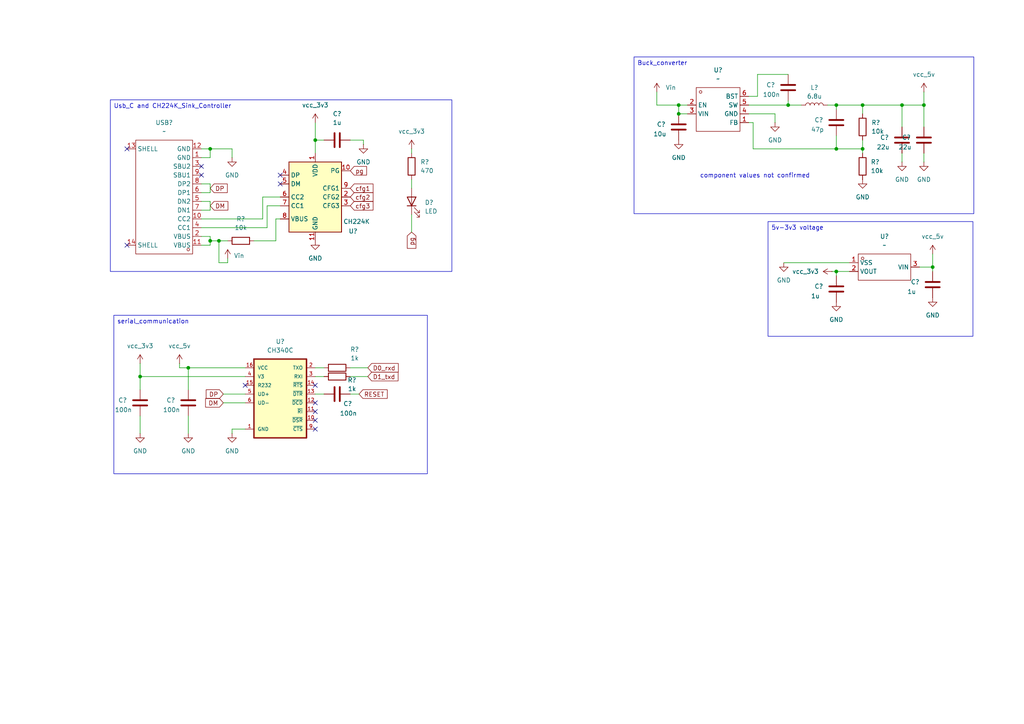
<source format=kicad_sch>
(kicad_sch (version 20250114) (generator "eeschema") (generator_version "9.0")
  (paper "A4")
  (lib_symbols
    (symbol "Device:C" (pin_numbers (hide yes)) (pin_names (offset 0.254))
      (property "Reference" "C" (at 0.635 2.54 0))
      (property "Value" "C" (at 0.635 -2.54 0))
      (symbol "C_0_1"
        (polyline (pts (xy -2.032 0.762) (xy 2.032 0.762)) (stroke (width 0.508)))
        (polyline (pts (xy -2.032 -0.762) (xy 2.032 -0.762)) (stroke (width 0.508)))
      )
      (symbol "C_1_1"
        (pin passive line (at 0 3.81 270) (length 2.794) (name "~") (number "1"))
        (pin passive line (at 0 -3.81 90) (length 2.794) (name "~") (number "2"))
      )
    )
    (symbol "Device:L" (pin_numbers (hide yes)) (pin_names (offset 1.016) (hide yes))
      (property "Reference" "L" (at -1.27 0 90))
      (property "Value" "L" (at 1.905 0 90))
      (symbol "L_0_1"
        (arc (start 0 2.54) (mid 0.6323 1.905) (end 0 1.27))
        (arc (start 0 1.27) (mid 0.6323 0.635) (end 0 0))
        (arc (start 0 0) (mid 0.6323 -0.635) (end 0 -1.27))
        (arc (start 0 -1.27) (mid 0.6323 -1.905) (end 0 -2.54))
      )
      (symbol "L_1_1"
        (pin passive line (at 0 3.81 270) (length 1.27) (name "1") (number "1"))
        (pin passive line (at 0 -3.81 90) (length 1.27) (name "2") (number "2"))
      )
    )
    (symbol "Device:LED" (pin_numbers (hide yes)) (pin_names (offset 1.016) (hide yes))
      (property "Reference" "D" (at 0 2.54 0))
      (property "Value" "LED" (at 0 -2.54 0))
      (symbol "LED_0_1"
        (polyline (pts (xy -3.048 -0.762) (xy -4.572 -2.286) (xy -3.81 -2.286) (xy -4.572 -2.286) (xy -4.572 -1.524)))
        (polyline (pts (xy -1.778 -0.762) (xy -3.302 -2.286) (xy -2.54 -2.286) (xy -3.302 -2.286) (xy -3.302 -1.524)))
        (polyline (pts (xy -1.27 0) (xy 1.27 0)))
        (polyline (pts (xy -1.27 -1.27) (xy -1.27 1.27)) (stroke (width 0.254)))
        (polyline (pts (xy 1.27 -1.27) (xy 1.27 1.27) (xy -1.27 0) (xy 1.27 -1.27)) (stroke (width 0.254)))
      )
      (symbol "LED_1_1"
        (pin passive line (at -3.81 0 0) (length 2.54) (name "K") (number "1"))
        (pin passive line (at 3.81 0 180) (length 2.54) (name "A") (number "2"))
      )
    )
    (symbol "Device:R" (pin_numbers (hide yes)) (pin_names (offset 0))
      (property "Reference" "R" (at 2.032 0 90))
      (property "Value" "R" (at 0 0 90))
      (symbol "R_0_1"
        (rectangle (start -1.016 -2.54) (end 1.016 2.54) (stroke (width 0.254)))
      )
      (symbol "R_1_1"
        (pin passive line (at 0 3.81 270) (length 1.27) (name "~") (number "1"))
        (pin passive line (at 0 -3.81 90) (length 1.27) (name "~") (number "2"))
      )
    )
    (symbol "Interface_USB:CH224K"
      (property "Reference" "U" (at 4.572 -10.922 0))
      (property "Value" "CH224K" (at 3.048 -8.89 0))
      (symbol "CH224K_1_1"
        (rectangle (start -7.62 7.62) (end 7.62 -12.7) (stroke (width 0.254)) (fill (type background)))
        (pin bidirectional line (at -10.16 3.81 0) (length 2.54) (name "DP") (number "4"))
        (pin bidirectional line (at -10.16 1.27 0) (length 2.54) (name "DM") (number "5"))
        (pin bidirectional line (at -10.16 -2.54 0) (length 2.54) (name "CC2") (number "6"))
        (pin bidirectional line (at -10.16 -5.08 0) (length 2.54) (name "CC1") (number "7"))
        (pin passive line (at -10.16 -8.89 0) (length 2.54) (name "VBUS") (number "8"))
        (pin power_in line (at 0 10.16 270) (length 2.54) (name "VDD") (number "1"))
        (pin power_in line (at 0 -15.24 90) (length 2.54) (name "GND") (number "11"))
        (pin open_collector line (at 10.16 5.08 180) (length 2.54) (name "PG") (number "10"))
        (pin passive line (at 10.16 0 180) (length 2.54) (name "CFG1") (number "9"))
        (pin passive line (at 10.16 -2.54 180) (length 2.54) (name "CFG2") (number "2"))
        (pin passive line (at 10.16 -5.08 180) (length 2.54) (name "CFG3") (number "3"))
      )
    )
    (symbol "power:GND" (power) (pin_numbers (hide yes)) (pin_names (offset 0) (hide yes))
      (property "Value" "GND" (at 0 -3.81 0))
      (symbol "GND_0_1"
        (polyline (pts (xy 0 0) (xy 0 -1.27) (xy 1.27 -1.27) (xy 0 -2.54) (xy -1.27 -1.27) (xy 0 -1.27)))
      )
      (symbol "GND_1_1"
        (pin power_in line (at 0 0 270) (length 0) (name "~") (number "1"))
      )
    )
    (symbol "power:VCC" (power) (pin_numbers (hide yes)) (pin_names (offset 0) (hide yes))
      (property "Value" "VCC" (at 0 3.556 0))
      (symbol "VCC_0_1"
        (polyline (pts (xy -0.762 1.27) (xy 0 2.54)))
        (polyline (pts (xy 0 2.54) (xy 0.762 1.27)))
        (polyline (pts (xy 0 0) (xy 0 2.54)))
      )
      (symbol "VCC_1_1"
        (pin power_in line (at 0 0 90) (length 0) (name "~") (number "1"))
      )
    )
    (symbol "smart_soldering_iron:AP63300WU-7"
      (property "Reference" "U" (at 0 0 0))
      (symbol "AP63300WU-7_1_0"
        (rectangle (start -6.35 5.08) (end 6.35 -7.62))
        (circle (center -5.08 3.81) (radius 0.381))
        (pin input line (at -8.89 0 0) (length 2.54) (name "EN") (number "2"))
        (pin input line (at -8.89 -2.54 0) (length 2.54) (name "VIN") (number "3"))
        (pin input line (at 8.89 2.54 180) (length 2.54) (name "BST") (number "6"))
        (pin input line (at 8.89 0 180) (length 2.54) (name "SW") (number "5"))
        (pin input line (at 8.89 -2.54 180) (length 2.54) (name "GND") (number "4"))
        (pin input line (at 8.89 -5.08 180) (length 2.54) (name "FB") (number "1"))
      )
    )
    (symbol "smart_soldering_iron:CH340C" (pin_names (offset 1.016))
      (property "Reference" "U" (at -7.62 10.795 0))
      (property "Value" "CH340C" (at -7.62 -15.24 0))
      (symbol "CH340C_0_0"
        (rectangle (start -7.62 -12.7) (end 7.62 10.16) (stroke (width 0.4064)) (fill (type background)))
        (pin bidirectional line (at -10.16 7.62 0) (length 2.54) (name "VCC") (number "16"))
        (pin bidirectional line (at -10.16 5.08 0) (length 2.54) (name "V3") (number "4"))
        (pin bidirectional line (at -10.16 2.54 0) (length 2.54) (name "R232") (number "15"))
        (pin bidirectional line (at -10.16 0 0) (length 2.54) (name "UD+") (number "5"))
        (pin bidirectional line (at -10.16 -2.54 0) (length 2.54) (name "UD-") (number "6"))
        (pin bidirectional line (at -10.16 -10.16 0) (length 2.54) (name "GND") (number "1"))
        (pin bidirectional line (at 10.16 7.62 180) (length 2.54) (name "TXO") (number "2"))
        (pin bidirectional line (at 10.16 5.08 180) (length 2.54) (name "RXI") (number "3"))
        (pin bidirectional line (at 10.16 2.54 180) (length 2.54) (name "~{RTS}") (number "14"))
        (pin bidirectional line (at 10.16 0 180) (length 2.54) (name "~{DTR}") (number "13"))
        (pin bidirectional line (at 10.16 -2.54 180) (length 2.54) (name "~{DCD}") (number "12"))
        (pin bidirectional line (at 10.16 -5.08 180) (length 2.54) (name "~{RI}") (number "11"))
        (pin bidirectional line (at 10.16 -7.62 180) (length 2.54) (name "~{DSR}") (number "10"))
        (pin bidirectional line (at 10.16 -10.16 180) (length 2.54) (name "~{CTS}") (number "9"))
      )
    )
    (symbol "smart_soldering_iron:TYPE-C 16PIN 2MD(073)"
      (property "Reference" "USB" (at 0.508 -4.318 0))
      (symbol "TYPE-C 16PIN 2MD(073)_1_0"
        (rectangle (start -8.89 -16.51) (end 7.62 16.51))
        (circle (center -7.62 15.24) (radius 0.381))
        (pin unspecified line (at -11.43 13.97 0) (length 2.54) (name "VBUS") (number "11"))
        (pin unspecified line (at -11.43 11.43 0) (length 2.54) (name "VBUS") (number "2"))
        (pin unspecified line (at -11.43 8.89 0) (length 2.54) (name "CC1") (number "4"))
        (pin unspecified line (at -11.43 6.35 0) (length 2.54) (name "CC2") (number "10"))
        (pin unspecified line (at -11.43 3.81 0) (length 2.54) (name "DN1") (number "7"))
        (pin unspecified line (at -11.43 1.27 0) (length 2.54) (name "DN2") (number "5"))
        (pin unspecified line (at -11.43 -1.27 0) (length 2.54) (name "DP1") (number "6"))
        (pin unspecified line (at -11.43 -3.81 0) (length 2.54) (name "DP2") (number "8"))
        (pin unspecified line (at -11.43 -6.35 0) (length 2.54) (name "SBU1") (number "9"))
        (pin unspecified line (at -11.43 -8.89 0) (length 2.54) (name "SBU2") (number "3"))
        (pin unspecified line (at -11.43 -11.43 0) (length 2.54) (name "GND") (number "1"))
        (pin unspecified line (at -11.43 -13.97 0) (length 2.54) (name "GND") (number "12"))
        (pin unspecified line (at 10.16 13.97 180) (length 2.54) (name "SHELL") (number "14"))
        (pin unspecified line (at 10.16 -13.97 180) (length 2.54) (name "SHELL") (number "13"))
      )
    )
    (symbol "smart_soldering_iron:XC6206P332MR_C347376"
      (property "Reference" "U" (at 0 0 0))
      (symbol "XC6206P332MR_C347376_1_0"
        (rectangle (start -7.62 -3.81) (end 7.62 3.81))
        (circle (center -6.35 2.54) (radius 0.381))
        (pin unspecified line (at -10.16 1.27 0) (length 2.54) (name "VSS") (number "1"))
        (pin unspecified line (at -10.16 -1.27 0) (length 2.54) (name "VOUT") (number "2"))
        (pin unspecified line (at 10.16 0 180) (length 2.54) (name "VIN") (number "3"))
      )
    )
  )
  (text "component values not confirmed " (at 219.456 51.054 0) (effects (font (size 1.27 1.27))))
  (text_box "5v-3v3 voltage" (at 222.758 64.262 0) (size 59.436 33.274) (margins 0.9525 0.9525 0.9525 0.9525) (effects (font (size 1.27 1.27)) (justify left top)))
  (text_box "Usb_C and CH224K_Sink_Controller" (at 32.004 28.956 0) (size 99.06 49.784) (margins 0.9525 0.9525 0.9525 0.9525) (effects (font (size 1.27 1.27)) (justify left top)))
  (text_box "Buck_converter" (at 183.896 16.51 0) (size 98.552 45.466) (margins 0.9525 0.9525 0.9525 0.9525) (effects (font (size 1.27 1.27)) (justify left top)))
  (text_box "serial_communication" (at 33.02 91.44 0) (size 90.932 45.974) (margins 0.9525 0.9525 0.9525 0.9525) (effects (font (size 1.27 1.27)) (justify left top)))
  (junction (at 242.57 30.48))
  (junction (at 40.64 109.22))
  (junction (at 250.19 43.18))
  (junction (at 196.85 33.02))
  (junction (at 54.61 106.68))
  (junction (at 63.5 69.85))
  (junction (at 242.57 78.74))
  (junction (at 196.85 30.48))
  (junction (at 242.57 43.18))
  (junction (at 91.44 40.64))
  (junction (at 270.51 77.47))
  (junction (at 60.96 43.18))
  (junction (at 267.97 30.48))
  (junction (at 60.96 69.85))
  (junction (at 228.6 30.48))
  (junction (at 250.19 30.48))
  (junction (at 261.62 30.48))
  (no_connect (at 58.42 50.8))
  (no_connect (at 81.28 53.34))
  (no_connect (at 81.28 50.8))
  (no_connect (at 36.83 43.18))
  (no_connect (at 71.12 111.76))
  (no_connect (at 91.44 124.46))
  (no_connect (at 36.83 71.12))
  (no_connect (at 58.42 48.26))
  (no_connect (at 91.44 121.92))
  (no_connect (at 91.44 119.38))
  (no_connect (at 91.44 116.84))
  (no_connect (at 91.44 111.76))
  (wire (pts (xy 58.42 71.12) (xy 60.96 71.12)))
  (wire (pts (xy 242.57 43.18) (xy 250.19 43.18)))
  (wire (pts (xy 91.44 114.3) (xy 93.98 114.3)))
  (wire (pts (xy 76.2 63.5) (xy 76.2 57.15)))
  (wire (pts (xy 71.12 109.22) (xy 40.64 109.22)))
  (wire (pts (xy 76.2 57.15) (xy 81.28 57.15)))
  (wire (pts (xy 217.17 33.02) (xy 224.79 33.02)))
  (wire (pts (xy 52.07 105.41) (xy 52.07 106.68)))
  (wire (pts (xy 54.61 113.03) (xy 54.61 106.68)))
  (wire (pts (xy 261.62 30.48) (xy 267.97 30.48)))
  (wire (pts (xy 196.85 30.48) (xy 199.39 30.48)))
  (wire (pts (xy 80.01 69.85) (xy 80.01 63.5)))
  (wire (pts (xy 66.04 74.93) (xy 66.04 76.2)))
  (wire (pts (xy 58.42 68.58) (xy 60.96 68.58)))
  (wire (pts (xy 250.19 40.64) (xy 250.19 43.18)))
  (wire (pts (xy 250.19 43.18) (xy 250.19 44.45)))
  (wire (pts (xy 224.79 33.02) (xy 224.79 35.56)))
  (wire (pts (xy 58.42 53.34) (xy 60.96 53.34)))
  (wire (pts (xy 219.71 27.94) (xy 219.71 21.59)))
  (wire (pts (xy 119.38 43.18) (xy 119.38 44.45)))
  (wire (pts (xy 227.33 76.2) (xy 246.38 76.2)))
  (wire (pts (xy 190.5 26.67) (xy 190.5 30.48)))
  (wire (pts (xy 63.5 76.2) (xy 63.5 69.85)))
  (wire (pts (xy 196.85 33.02) (xy 196.85 30.48)))
  (wire (pts (xy 242.57 39.37) (xy 242.57 43.18)))
  (wire (pts (xy 228.6 30.48) (xy 228.6 29.21)))
  (wire (pts (xy 58.42 66.04) (xy 77.47 66.04)))
  (wire (pts (xy 54.61 106.68) (xy 71.12 106.68)))
  (wire (pts (xy 199.39 33.02) (xy 196.85 33.02)))
  (wire (pts (xy 60.96 71.12) (xy 60.96 69.85)))
  (wire (pts (xy 60.96 58.42) (xy 60.96 60.96)))
  (wire (pts (xy 119.38 52.07) (xy 119.38 54.61)))
  (wire (pts (xy 242.57 78.74) (xy 246.38 78.74)))
  (wire (pts (xy 64.77 114.3) (xy 71.12 114.3)))
  (wire (pts (xy 232.41 30.48) (xy 228.6 30.48)))
  (wire (pts (xy 58.42 43.18) (xy 60.96 43.18)))
  (wire (pts (xy 63.5 69.85) (xy 60.96 69.85)))
  (wire (pts (xy 54.61 120.65) (xy 54.61 125.73)))
  (wire (pts (xy 101.6 114.3) (xy 104.14 114.3)))
  (wire (pts (xy 60.96 43.18) (xy 67.31 43.18)))
  (wire (pts (xy 52.07 106.68) (xy 54.61 106.68)))
  (wire (pts (xy 91.44 109.22) (xy 93.98 109.22)))
  (wire (pts (xy 261.62 44.45) (xy 261.62 46.99)))
  (wire (pts (xy 77.47 59.69) (xy 81.28 59.69)))
  (wire (pts (xy 217.17 27.94) (xy 219.71 27.94)))
  (wire (pts (xy 218.44 35.56) (xy 218.44 43.18)))
  (wire (pts (xy 77.47 66.04) (xy 77.47 59.69)))
  (wire (pts (xy 105.41 41.91) (xy 105.41 40.64)))
  (wire (pts (xy 250.19 30.48) (xy 261.62 30.48)))
  (wire (pts (xy 60.96 43.18) (xy 60.96 45.72)))
  (wire (pts (xy 60.96 60.96) (xy 58.42 60.96)))
  (wire (pts (xy 217.17 30.48) (xy 228.6 30.48)))
  (wire (pts (xy 219.71 21.59) (xy 228.6 21.59)))
  (wire (pts (xy 119.38 67.31) (xy 119.38 62.23)))
  (wire (pts (xy 267.97 30.48) (xy 267.97 36.83)))
  (wire (pts (xy 242.57 80.01) (xy 242.57 78.74)))
  (wire (pts (xy 105.41 40.64) (xy 101.6 40.64)))
  (wire (pts (xy 91.44 35.56) (xy 91.44 40.64)))
  (wire (pts (xy 242.57 30.48) (xy 242.57 31.75)))
  (wire (pts (xy 250.19 30.48) (xy 250.19 33.02)))
  (wire (pts (xy 101.6 106.68) (xy 106.68 106.68)))
  (wire (pts (xy 67.31 125.73) (xy 67.31 124.46)))
  (wire (pts (xy 73.66 69.85) (xy 80.01 69.85)))
  (wire (pts (xy 91.44 40.64) (xy 91.44 44.45)))
  (wire (pts (xy 267.97 26.67) (xy 267.97 30.48)))
  (wire (pts (xy 270.51 73.66) (xy 270.51 77.47)))
  (wire (pts (xy 270.51 78.74) (xy 270.51 77.47)))
  (wire (pts (xy 67.31 43.18) (xy 67.31 45.72)))
  (wire (pts (xy 60.96 45.72) (xy 58.42 45.72)))
  (wire (pts (xy 67.31 124.46) (xy 71.12 124.46)))
  (wire (pts (xy 217.17 35.56) (xy 218.44 35.56)))
  (wire (pts (xy 261.62 30.48) (xy 261.62 36.83)))
  (wire (pts (xy 60.96 55.88) (xy 58.42 55.88)))
  (wire (pts (xy 40.64 113.03) (xy 40.64 109.22)))
  (wire (pts (xy 40.64 120.65) (xy 40.64 125.73)))
  (wire (pts (xy 93.98 40.64) (xy 91.44 40.64)))
  (wire (pts (xy 60.96 53.34) (xy 60.96 55.88)))
  (wire (pts (xy 40.64 105.41) (xy 40.64 109.22)))
  (wire (pts (xy 58.42 63.5) (xy 76.2 63.5)))
  (wire (pts (xy 240.03 30.48) (xy 242.57 30.48)))
  (wire (pts (xy 60.96 69.85) (xy 60.96 68.58)))
  (wire (pts (xy 270.51 77.47) (xy 266.7 77.47)))
  (wire (pts (xy 58.42 58.42) (xy 60.96 58.42)))
  (wire (pts (xy 64.77 116.84) (xy 71.12 116.84)))
  (wire (pts (xy 91.44 106.68) (xy 93.98 106.68)))
  (wire (pts (xy 80.01 63.5) (xy 81.28 63.5)))
  (wire (pts (xy 242.57 30.48) (xy 250.19 30.48)))
  (wire (pts (xy 66.04 76.2) (xy 63.5 76.2)))
  (wire (pts (xy 190.5 30.48) (xy 196.85 30.48)))
  (wire (pts (xy 241.3 78.74) (xy 242.57 78.74)))
  (wire (pts (xy 218.44 43.18) (xy 242.57 43.18)))
  (wire (pts (xy 267.97 44.45) (xy 267.97 46.99)))
  (wire (pts (xy 101.6 109.22) (xy 106.68 109.22)))
  (wire (pts (xy 66.04 69.85) (xy 63.5 69.85)))
  (global_label "D0_rxd" (shape input) (at 106.68 106.68 0) (property "Intersheetrefs" "${INTERSHEET_REFS}" (effects (hide yes))))
  (global_label "DM" (shape input) (at 64.77 116.84 180) (property "Intersheetrefs" "${INTERSHEET_REFS}" (effects (hide yes))))
  (global_label "pg" (shape input) (at 119.38 67.31 270) (property "Intersheetrefs" "${INTERSHEET_REFS}" (effects (hide yes))))
  (global_label "RESET" (shape input) (at 104.14 114.3 0) (property "Intersheetrefs" "${INTERSHEET_REFS}" (effects (hide yes))))
  (global_label "cfg1" (shape input) (at 101.6 54.61 0) (property "Intersheetrefs" "${INTERSHEET_REFS}" (effects (hide yes))))
  (global_label "DM" (shape input) (at 60.96 59.69 0) (property "Intersheetrefs" "${INTERSHEET_REFS}" (effects (hide yes))))
  (global_label "pg" (shape input) (at 101.6 49.53 0) (property "Intersheetrefs" "${INTERSHEET_REFS}" (effects (hide yes))))
  (global_label "DP" (shape input) (at 60.96 54.61 0) (property "Intersheetrefs" "${INTERSHEET_REFS}" (effects (hide yes))))
  (global_label "D1_txd" (shape input) (at 106.68 109.22 0) (property "Intersheetrefs" "${INTERSHEET_REFS}" (effects (hide yes))))
  (global_label "DP" (shape input) (at 64.77 114.3 180) (property "Intersheetrefs" "${INTERSHEET_REFS}" (effects (hide yes))))
  (global_label "cfg3" (shape input) (at 101.6 59.69 0) (property "Intersheetrefs" "${INTERSHEET_REFS}" (effects (hide yes))))
  (global_label "cfg2" (shape input) (at 101.6 57.15 0) (property "Intersheetrefs" "${INTERSHEET_REFS}" (effects (hide yes))))
  (symbol (lib_id "Device:R") (at 250.19 48.26 0) (unit 1)
    (property "Reference" "R?" (at 252.5495 46.9899 0) (effects (justify left)))
    (property "Value" "10k" (at 252.5495 49.5299 0) (effects (justify left)))
    (property "Description" "Resistor" (effects (hide yes)))
  )
  (symbol (lib_id "power:GND") (at 105.41 41.91 0) (unit 1)
    (property "Reference" "#PWR033" (effects (hide yes)))
    (property "Value" "GND" (at 105.41 46.99 0))
    (property "Description" "Power symbol creates a global label with name \"GND\" , ground" (effects (hide yes)))
  )
  (symbol (lib_id "smart_soldering_iron:CH340C") (at 81.28 114.3 0) (unit 1)
    (property "Reference" "U?" (at 81.28 99.06 0))
    (property "Value" "CH340C" (at 81.28 101.6 0))
    (property "Footprint" "CH340C:SO016" (effects (hide yes)))
    (property "MF" "Olimex" (effects (hide yes)))
    (property "Description_1" "Replacement for Brother P-Touch" (effects (hide yes)))
    (property "Package" "None" (effects (hide yes)))
    (property "Price" "None" (effects (hide yes)))
    (property "PROD_ID" "IC-14038" (effects (hide yes)))
    (property "SnapEDA_Link" "https://www.snapeda.com/parts/CH340C/Olimex/view-part/?ref=snap" (effects (hide yes)))
    (property "MP" "CH340C" (effects (hide yes)))
    (property "Availability" "Not in stock" (effects (hide yes)))
    (property "Check_prices" "https://www.snapeda.com/parts/CH340C/Olimex/view-part/?ref=eda" (effects (hide yes)))
  )
  (symbol (lib_id "Device:L") (at 236.22 30.48 90) (unit 1)
    (property "Reference" "L?" (at 236.22 25.4 90))
    (property "Value" "6.8u" (at 236.22 27.94 90))
    (property "Description" "Inductor" (effects (hide yes)))
  )
  (symbol (lib_id "Device:C") (at 267.97 40.64 0) (unit 1)
    (property "Reference" "C?" (at 261.62 39.878 0) (effects (justify left)))
    (property "Value" "22u" (at 260.604 42.672 0) (effects (justify left)))
    (property "Description" "Unpolarized capacitor" (effects (hide yes)))
  )
  (symbol (lib_id "power:VCC") (at 267.97 26.67 0) (unit 1)
    (property "Reference" "#PWR047" (effects (hide yes)))
    (property "Value" "vcc_5v" (at 267.97 21.59 0))
    (property "Description" "Power symbol creates a global label with name \"VCC\"" (effects (hide yes)))
  )
  (symbol (lib_id "Device:R") (at 69.85 69.85 90) (unit 1)
    (property "Reference" "R?" (at 69.85 63.5 90))
    (property "Value" "10k" (at 69.85 66.04 90))
    (property "Description" "Resistor" (effects (hide yes)))
  )
  (symbol (lib_id "power:VCC") (at 270.51 73.66 0) (unit 1)
    (property "Reference" "#PWR048" (effects (hide yes)))
    (property "Value" "vcc_5v" (at 270.51 68.58 0))
    (property "Description" "Power symbol creates a global label with name \"VCC\"" (effects (hide yes)))
  )
  (symbol (lib_id "power:GND") (at 196.85 40.64 0) (unit 1)
    (property "Reference" "#PWR025" (effects (hide yes)))
    (property "Value" "GND" (at 196.85 45.72 0))
    (property "Description" "Power symbol creates a global label with name \"GND\" , ground" (effects (hide yes)))
  )
  (symbol (lib_id "power:GND") (at 242.57 87.63 0) (unit 1)
    (property "Reference" "#PWR043" (effects (hide yes)))
    (property "Value" "GND" (at 242.57 92.71 0))
    (property "Description" "Power symbol creates a global label with name \"GND\" , ground" (effects (hide yes)))
  )
  (symbol (lib_id "smart_soldering_iron:AP63300WU-7") (at 208.28 30.48 0) (unit 1)
    (property "Reference" "U?" (at 208.28 20.32 0))
    (property "Value" "~" (at 208.28 22.86 0))
    (property "Footprint" "ProLib_pcs_2025-10-04:TSOT-23-6_L2.9-W1.6-P0.95-LS2.8-BR" (effects (hide yes)))
    (property "Datasheet" "https://item.szlcsc.com/datasheet/AP63300WU-7/2250062.html" (effects (hide yes)))
    (property "Description" "Function:Buck Voltage - Supply:3.8V~32V Voltage - Supply:3.8V~32V Output Voltage:800mV~31V Output Voltage:800mV~31V Output Current:3A Frequency - Switching:500kHz Frequency - Switching:500kHz Operating Temperature:-40°C~+125°C Operating Temperature:-40°C~+12" (effects (hide yes)))
    (property "Manufacturer Part" "AP63300WU-7" (effects (hide yes)))
    (property "Manufacturer" "DIODES(美台)" (effects (hide yes)))
    (property "Supplier Part" "C2158012" (effects (hide yes)))
    (property "Supplier" "LCSC" (effects (hide yes)))
    (property "LCSC Part Name" "3.8V至32V输入，3A低静态电流同步降压转换器，增强电磁干扰抑制" (effects (hide yes)))
  )
  (symbol (lib_id "Device:C") (at 228.6 25.4 0) (unit 1)
    (property "Reference" "C?" (at 222.25 24.638 0) (effects (justify left)))
    (property "Value" "100n" (at 221.234 27.432 0) (effects (justify left)))
    (property "Description" "Unpolarized capacitor" (effects (hide yes)))
  )
  (symbol (lib_id "Device:R") (at 97.79 106.68 90) (unit 1)
    (property "Reference" "R?" (at 102.87 101.346 90))
    (property "Value" "1k" (at 102.87 103.886 90))
    (property "Description" "Resistor" (effects (hide yes)))
  )
  (symbol (lib_id "smart_soldering_iron:XC6206P332MR_C347376") (at 256.54 77.47 0) (unit 1)
    (property "Reference" "U?" (at 256.54 68.58 0))
    (property "Value" "~" (at 256.54 71.12 0))
    (property "Footprint" "ProLib_pcs_2025-10-04:SOT-23-3_L3.0-W1.7-P0.95-LS2.9-BR" (effects (hide yes)))
    (property "Datasheet" "https://item.szlcsc.com/datasheet/XC6206P332MR/324036.html" (effects (hide yes)))
    (property "Description" "Output Type:Fixed Voltage - Supply:8V Output Voltage:3.3V Output Voltage:3.3V Output Current:250mA Power Supply Rejection Ratio (PSRR):40dB@(1kHz) Voltage Dropout:240mV@(50mA) standby current:7uA Noise:- Features:Over Current Protection；Short Circuit Prot" (effects (hide yes)))
    (property "Manufacturer Part" "XC6206P332MR" (effects (hide yes)))
    (property "Manufacturer" "UMW(友台半导体)" (effects (hide yes)))
    (property "Supplier Part" "C347376" (effects (hide yes)))
    (property "Supplier" "LCSC" (effects (hide yes)))
    (property "LCSC Part Name" "高纹波抑制率、低功耗、低压差 CMOS 降压型电压稳压器" (effects (hide yes)))
  )
  (symbol (lib_id "Device:R") (at 250.19 36.83 0) (unit 1)
    (property "Reference" "R?" (at 252.73 35.5599 0) (effects (justify left)))
    (property "Value" "10k" (at 252.73 38.0999 0) (effects (justify left)))
    (property "Description" "Resistor" (effects (hide yes)))
  )
  (symbol (lib_id "Device:C") (at 270.51 82.55 0) (unit 1)
    (property "Reference" "C?" (at 264.16 81.788 0) (effects (justify left)))
    (property "Value" "1u" (at 263.144 84.582 0) (effects (justify left)))
    (property "Description" "Unpolarized capacitor" (effects (hide yes)))
  )
  (symbol (lib_id "Device:C") (at 196.85 36.83 0) (unit 1)
    (property "Reference" "C?" (at 190.5 36.068 0) (effects (justify left)))
    (property "Value" "10u" (at 189.484 38.862 0) (effects (justify left)))
    (property "Description" "Unpolarized capacitor" (effects (hide yes)))
  )
  (symbol (lib_id "Device:R") (at 97.79 109.22 90) (unit 1)
    (property "Reference" "R?" (at 102.108 110.236 90))
    (property "Value" "1k" (at 102.108 112.776 90))
    (property "Description" "Resistor" (effects (hide yes)))
  )
  (symbol (lib_id "power:VCC") (at 40.64 105.41 0) (unit 1)
    (property "Reference" "#PWR040" (effects (hide yes)))
    (property "Value" "vcc_3v3" (at 40.64 100.33 0))
    (property "Description" "Power symbol creates a global label with name \"VCC\"" (effects (hide yes)))
  )
  (symbol (lib_id "smart_soldering_iron:TYPE-C 16PIN 2MD(073)") (at 46.99 57.15 180) (unit 1)
    (property "Reference" "USB?" (at 47.625 35.56 0))
    (property "Value" "~" (at 47.625 38.1 0))
    (property "Footprint" "ProLib_pcs_2025-10-03:USB-C-SMD_TYPE-C-6PIN-2MD-073" (effects (hide yes)))
    (property "Datasheet" "https://item.szlcsc.com/datasheet/TYPE-C%252016PIN%25202MD(073)/2901843.html" (effects (hide yes)))
    (property "Description" "Connector Type:Type-C Protocol Standard:- Gender:Female Mounting Type:Surface Mount, Right Angle Number of Contacts:16P Number of Ports:1 Current Rating-Power:3A Voltage Rating:5V Connect-Disconnect Life:5,000 Cycles Supplementary Features:- Center Height" (effects (hide yes)))
    (property "Manufacturer Part" "TYPE-C 16PIN 2MD(073)" (effects (hide yes)))
    (property "Manufacturer" "SHOU HAN(首韩)" (effects (hide yes)))
    (property "Supplier Part" "C2765186" (effects (hide yes)))
    (property "Supplier" "LCSC" (effects (hide yes)))
    (property "LCSC Part Name" "Type-C 母 卧贴" (effects (hide yes)))
  )
  (symbol (lib_id "power:GND") (at 54.61 125.73 0) (unit 1)
    (property "Reference" "#PWR050" (effects (hide yes)))
    (property "Value" "GND" (at 54.61 130.81 0))
    (property "Description" "Power symbol creates a global label with name \"GND\" , ground" (effects (hide yes)))
  )
  (symbol (lib_id "power:GND") (at 270.51 86.36 0) (unit 1)
    (property "Reference" "#PWR044" (effects (hide yes)))
    (property "Value" "GND" (at 270.51 91.44 0))
    (property "Description" "Power symbol creates a global label with name \"GND\" , ground" (effects (hide yes)))
  )
  (symbol (lib_id "Device:C") (at 242.57 35.56 0) (unit 1)
    (property "Reference" "C?" (at 236.22 34.798 0) (effects (justify left)))
    (property "Value" "47p" (at 235.204 37.592 0) (effects (justify left)))
    (property "Description" "Unpolarized capacitor" (effects (hide yes)))
  )
  (symbol (lib_id "power:GND") (at 267.97 46.99 0) (unit 1)
    (property "Reference" "#PWR029" (effects (hide yes)))
    (property "Value" "GND" (at 267.97 52.07 0))
    (property "Description" "Power symbol creates a global label with name \"GND\" , ground" (effects (hide yes)))
  )
  (symbol (lib_id "Device:R") (at 119.38 48.26 180) (unit 1)
    (property "Reference" "R?" (at 121.92 46.9899 0) (effects (justify right)))
    (property "Value" "470" (at 121.92 49.5299 0) (effects (justify right)))
    (property "Description" "Resistor" (effects (hide yes)))
  )
  (symbol (lib_id "Interface_USB:CH224K") (at 91.44 54.61 0) (unit 1)
    (property "Reference" "U?" (at 101.092 67.056 0) (effects (justify left)))
    (property "Value" "CH224K" (at 99.568 64.262 0) (effects (justify left)))
    (property "Footprint" "Package_SO:SSOP-10-1EP_3.9x4.9mm_P1mm_EP2.1x3.3mm" (effects (hide yes)))
    (property "Datasheet" "https://www.wch.cn/downloads/file/301.html" (effects (hide yes)))
    (property "Description" "100W USB Type-C PD3.0/2.0, BC1.2 Sink Controller, SSOP-10" (effects (hide yes)))
  )
  (symbol (lib_id "power:GND") (at 227.33 76.2 0) (unit 1)
    (property "Reference" "#PWR045" (effects (hide yes)))
    (property "Value" "GND" (at 227.33 81.28 0))
    (property "Description" "Power symbol creates a global label with name \"GND\" , ground" (effects (hide yes)))
  )
  (symbol (lib_id "Device:C") (at 97.79 40.64 90) (unit 1)
    (property "Reference" "C?" (at 97.79 33.02 90))
    (property "Value" "1u" (at 97.79 35.56 90))
    (property "Description" "Unpolarized capacitor" (effects (hide yes)))
  )
  (symbol (lib_id "power:VCC") (at 91.44 35.56 0) (unit 1)
    (property "Reference" "#PWR032" (effects (hide yes)))
    (property "Value" "vcc_3v3" (at 91.44 30.48 0))
    (property "Description" "Power symbol creates a global label with name \"VCC\"" (effects (hide yes)))
  )
  (symbol (lib_id "power:GND") (at 250.19 52.07 0) (unit 1)
    (property "Reference" "#PWR027" (effects (hide yes)))
    (property "Value" "GND" (at 250.19 57.15 0))
    (property "Description" "Power symbol creates a global label with name \"GND\" , ground" (effects (hide yes)))
  )
  (symbol (lib_id "power:GND") (at 67.31 45.72 0) (unit 1)
    (property "Reference" "#PWR030" (effects (hide yes)))
    (property "Value" "GND" (at 67.31 50.8 0))
    (property "Description" "Power symbol creates a global label with name \"GND\" , ground" (effects (hide yes)))
  )
  (symbol (lib_id "power:GND") (at 91.44 69.85 0) (unit 1)
    (property "Reference" "#PWR031" (effects (hide yes)))
    (property "Value" "GND" (at 91.44 74.93 0))
    (property "Description" "Power symbol creates a global label with name \"GND\" , ground" (effects (hide yes)))
  )
  (symbol (lib_id "power:GND") (at 40.64 125.73 0) (unit 1)
    (property "Reference" "#PWR042" (effects (hide yes)))
    (property "Value" "GND" (at 40.64 130.81 0))
    (property "Description" "Power symbol creates a global label with name \"GND\" , ground" (effects (hide yes)))
  )
  (symbol (lib_id "Device:C") (at 242.57 83.82 0) (unit 1)
    (property "Reference" "C?" (at 236.22 83.058 0) (effects (justify left)))
    (property "Value" "1u" (at 235.204 85.852 0) (effects (justify left)))
    (property "Description" "Unpolarized capacitor" (effects (hide yes)))
  )
  (symbol (lib_id "power:VCC") (at 52.07 105.41 0) (unit 1)
    (property "Reference" "#PWR049" (effects (hide yes)))
    (property "Value" "vcc_5v" (at 52.07 100.33 0))
    (property "Description" "Power symbol creates a global label with name \"VCC\"" (effects (hide yes)))
  )
  (symbol (lib_id "Device:C") (at 54.61 116.84 0) (unit 1)
    (property "Reference" "C?" (at 48.26 116.078 0) (effects (justify left)))
    (property "Value" "100n" (at 47.244 118.872 0) (effects (justify left)))
    (property "Description" "Unpolarized capacitor" (effects (hide yes)))
  )
  (symbol (lib_id "power:VCC") (at 66.04 74.93 0) (unit 1)
    (property "Reference" "#PWR035" (effects (hide yes)))
    (property "Value" "Vin" (at 67.818 74.168 0) (effects (justify left)))
    (property "Description" "Power symbol creates a global label with name \"VCC\"" (effects (hide yes)))
  )
  (symbol (lib_id "power:VCC") (at 190.5 26.67 0) (unit 1)
    (property "Reference" "#PWR036" (effects (hide yes)))
    (property "Value" "Vin" (at 193.04 25.3999 0) (effects (justify left)))
    (property "Description" "Power symbol creates a global label with name \"VCC\"" (effects (hide yes)))
  )
  (symbol (lib_id "Device:C") (at 40.64 116.84 0) (unit 1)
    (property "Reference" "C?" (at 34.29 116.078 0) (effects (justify left)))
    (property "Value" "100n" (at 33.274 118.872 0) (effects (justify left)))
    (property "Description" "Unpolarized capacitor" (effects (hide yes)))
  )
  (symbol (lib_id "Device:C") (at 97.79 114.3 270) (unit 1)
    (property "Reference" "C?" (at 99.568 117.094 90) (effects (justify left)))
    (property "Value" "100n" (at 98.552 119.888 90) (effects (justify left)))
    (property "Description" "Unpolarized capacitor" (effects (hide yes)))
  )
  (symbol (lib_id "power:GND") (at 224.79 35.56 0) (unit 1)
    (property "Reference" "#PWR028" (effects (hide yes)))
    (property "Value" "GND" (at 224.79 40.64 0))
    (property "Description" "Power symbol creates a global label with name \"GND\" , ground" (effects (hide yes)))
  )
  (symbol (lib_id "Device:C") (at 261.62 40.64 0) (unit 1)
    (property "Reference" "C?" (at 255.27 39.878 0) (effects (justify left)))
    (property "Value" "22u" (at 254.254 42.672 0) (effects (justify left)))
    (property "Description" "Unpolarized capacitor" (effects (hide yes)))
  )
  (symbol (lib_id "power:GND") (at 67.31 125.73 0) (unit 1)
    (property "Reference" "#PWR041" (effects (hide yes)))
    (property "Value" "GND" (at 67.31 130.81 0))
    (property "Description" "Power symbol creates a global label with name \"GND\" , ground" (effects (hide yes)))
  )
  (symbol (lib_id "power:VCC") (at 119.38 43.18 0) (unit 1)
    (property "Reference" "#PWR034" (effects (hide yes)))
    (property "Value" "vcc_3v3" (at 119.38 38.1 0))
    (property "Description" "Power symbol creates a global label with name \"VCC\"" (effects (hide yes)))
  )
  (symbol (lib_id "power:VCC") (at 241.3 78.74 90) (unit 1)
    (property "Reference" "#PWR046" (effects (hide yes)))
    (property "Value" "vcc_3v3" (at 237.49 78.7399 90) (effects (justify left)))
    (property "Description" "Power symbol creates a global label with name \"VCC\"" (effects (hide yes)))
  )
  (symbol (lib_id "power:GND") (at 261.62 46.99 0) (unit 1)
    (property "Reference" "#PWR026" (effects (hide yes)))
    (property "Value" "GND" (at 261.62 52.07 0))
    (property "Description" "Power symbol creates a global label with name \"GND\" , ground" (effects (hide yes)))
  )
  (symbol (lib_id "Device:LED") (at 119.38 58.42 90) (unit 1)
    (property "Reference" "D?" (at 123.19 58.7374 90) (effects (justify right)))
    (property "Value" "LED" (at 123.19 61.2774 90) (effects (justify right)))
    (property "Description" "Light emitting diode" (effects (hide yes)))
    (property "Sim.Pins" "1=K 2=A" (effects (hide yes)))
  )
)
</source>
